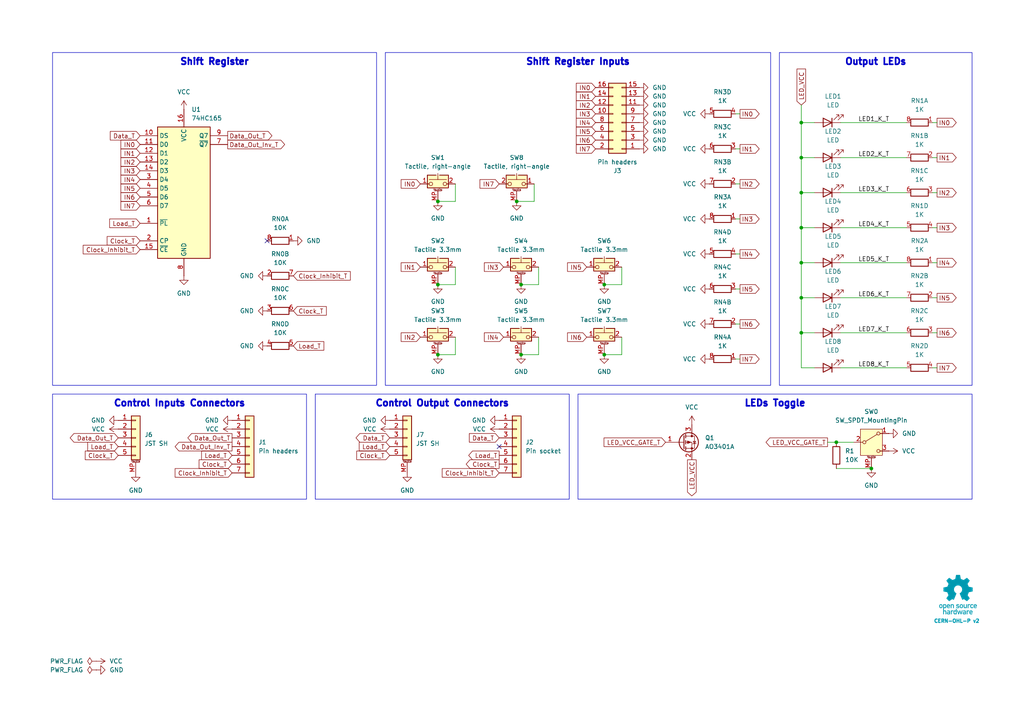
<source format=kicad_sch>
(kicad_sch (version 20231120) (generator "eeschema") (generator_version "8.0")
  (paper "A4")
  (lib_symbols
    (symbol "74xx:74HC165"
      (property "Reference" "U" (at -7.62 19.05 0))
      (property "Value" "74HC165" (at -7.62 -21.59 0))
      (symbol "74HC165_1_0"
        (pin input line (at -12.7 -10.16 0) (length 5.08) (name "~{PL}") (number "1"))
        (pin input line (at -12.7 15.24 0) (length 5.08) (name "DS") (number "10"))
        (pin input line (at -12.7 12.7 0) (length 5.08) (name "D0") (number "11"))
        (pin input line (at -12.7 10.16 0) (length 5.08) (name "D1") (number "12"))
        (pin input line (at -12.7 7.62 0) (length 5.08) (name "D2") (number "13"))
        (pin input line (at -12.7 5.08 0) (length 5.08) (name "D3") (number "14"))
        (pin input line (at -12.7 -17.78 0) (length 5.08) (name "~{CE}") (number "15"))
        (pin power_in line (at 0 22.86 270) (length 5.08) (name "VCC") (number "16"))
        (pin input line (at -12.7 -15.24 0) (length 5.08) (name "CP") (number "2"))
        (pin input line (at -12.7 2.54 0) (length 5.08) (name "D4") (number "3"))
        (pin input line (at -12.7 0 0) (length 5.08) (name "D5") (number "4"))
        (pin input line (at -12.7 -2.54 0) (length 5.08) (name "D6") (number "5"))
        (pin input line (at -12.7 -5.08 0) (length 5.08) (name "D7") (number "6"))
        (pin output line (at 12.7 12.7 180) (length 5.08) (name "~{Q7}") (number "7"))
        (pin power_in line (at 0 -25.4 90) (length 5.08) (name "GND") (number "8"))
        (pin output line (at 12.7 15.24 180) (length 5.08) (name "Q7") (number "9"))
      )
    )
    (symbol "Connector_Generic:Conn_01x07" (pin_names (offset 1.016) hide)
      (property "Reference" "J" (at 0 10.16 0))
      (property "Value" "Conn_01x07" (at 0 -10.16 0))
      (symbol "Conn_01x07_1_1"
        (pin passive line (at -5.08 7.62 0) (length 3.81) (name "Pin_1") (number "1"))
        (pin passive line (at -5.08 5.08 0) (length 3.81) (name "Pin_2") (number "2"))
        (pin passive line (at -5.08 2.54 0) (length 3.81) (name "Pin_3") (number "3"))
        (pin passive line (at -5.08 0 0) (length 3.81) (name "Pin_4") (number "4"))
        (pin passive line (at -5.08 -2.54 0) (length 3.81) (name "Pin_5") (number "5"))
        (pin passive line (at -5.08 -5.08 0) (length 3.81) (name "Pin_6") (number "6"))
        (pin passive line (at -5.08 -7.62 0) (length 3.81) (name "Pin_7") (number "7"))
      )
    )
    (symbol "Connector_Generic:Conn_02x08_Odd_Even" (pin_names (offset 1.016) hide)
      (property "Reference" "J" (at 1.27 10.16 0))
      (property "Value" "Conn_02x08_Odd_Even" (at 1.27 -12.7 0))
      (symbol "Conn_02x08_Odd_Even_1_1"
        (pin passive line (at -5.08 7.62 0) (length 3.81) (name "Pin_1") (number "1"))
        (pin passive line (at 7.62 -2.54 180) (length 3.81) (name "Pin_10") (number "10"))
        (pin passive line (at -5.08 -5.08 0) (length 3.81) (name "Pin_11") (number "11"))
        (pin passive line (at 7.62 -5.08 180) (length 3.81) (name "Pin_12") (number "12"))
        (pin passive line (at -5.08 -7.62 0) (length 3.81) (name "Pin_13") (number "13"))
        (pin passive line (at 7.62 -7.62 180) (length 3.81) (name "Pin_14") (number "14"))
        (pin passive line (at -5.08 -10.16 0) (length 3.81) (name "Pin_15") (number "15"))
        (pin passive line (at 7.62 -10.16 180) (length 3.81) (name "Pin_16") (number "16"))
        (pin passive line (at 7.62 7.62 180) (length 3.81) (name "Pin_2") (number "2"))
        (pin passive line (at -5.08 5.08 0) (length 3.81) (name "Pin_3") (number "3"))
        (pin passive line (at 7.62 5.08 180) (length 3.81) (name "Pin_4") (number "4"))
        (pin passive line (at -5.08 2.54 0) (length 3.81) (name "Pin_5") (number "5"))
        (pin passive line (at 7.62 2.54 180) (length 3.81) (name "Pin_6") (number "6"))
        (pin passive line (at -5.08 0 0) (length 3.81) (name "Pin_7") (number "7"))
        (pin passive line (at 7.62 0 180) (length 3.81) (name "Pin_8") (number "8"))
        (pin passive line (at -5.08 -2.54 0) (length 3.81) (name "Pin_9") (number "9"))
      )
    )
    (symbol "Connector_Generic_MountingPin:Conn_01x05_MountingPin" (pin_names (offset 1.016) hide)
      (property "Reference" "J" (at 0 7.62 0))
      (property "Value" "Conn_01x05_MountingPin" (at 1.27 -7.62 0))
      (symbol "Conn_01x05_MountingPin_1_1"
        (text "Mounting" (at 0 -6.731 0) (effects (font (size 0.381 0.381))))
        (pin passive line (at -5.08 5.08 0) (length 3.81) (name "Pin_1") (number "1"))
        (pin passive line (at -5.08 2.54 0) (length 3.81) (name "Pin_2") (number "2"))
        (pin passive line (at -5.08 0 0) (length 3.81) (name "Pin_3") (number "3"))
        (pin passive line (at -5.08 -2.54 0) (length 3.81) (name "Pin_4") (number "4"))
        (pin passive line (at -5.08 -5.08 0) (length 3.81) (name "Pin_5") (number "5"))
        (pin passive line (at 0 -10.16 90) (length 3.048) (name "MountPin") (number "MP"))
      )
    )
    (symbol "Device:LED" (pin_numbers hide) (pin_names (offset 1.016) hide)
      (property "Reference" "D" (at 0 2.54 0))
      (property "Value" "LED" (at 0 -2.54 0))
      (symbol "LED_1_1"
        (pin passive line (at -3.81 0 0) (length 2.54) (name "K") (number "1"))
        (pin passive line (at 3.81 0 180) (length 2.54) (name "A") (number "2"))
      )
    )
    (symbol "Device:R" (pin_numbers hide) (pin_names (offset 0))
      (property "Reference" "R" (at 2.032 0 90))
      (property "Value" "R" (at 0 0 90))
      (symbol "R_1_1"
        (pin passive line (at 0 3.81 270) (length 1.27) (name "~") (number "1"))
        (pin passive line (at 0 -3.81 90) (length 1.27) (name "~") (number "2"))
      )
    )
    (symbol "Device:R_Pack04_Split" (pin_names (offset 0) hide)
      (property "Reference" "RN" (at 2.032 0 90))
      (property "Value" "R_Pack04_Split" (at 0 0 90))
      (symbol "R_Pack04_Split_1_1"
        (pin passive line (at 0 -3.81 90) (length 1.27) (name "R1.1") (number "1"))
        (pin passive line (at 0 3.81 270) (length 1.27) (name "R1.2") (number "8"))
      )
      (symbol "R_Pack04_Split_2_1"
        (pin passive line (at 0 -3.81 90) (length 1.27) (name "R2.1") (number "2"))
        (pin passive line (at 0 3.81 270) (length 1.27) (name "R2.2") (number "7"))
      )
      (symbol "R_Pack04_Split_3_1"
        (pin passive line (at 0 -3.81 90) (length 1.27) (name "R3.1") (number "3"))
        (pin passive line (at 0 3.81 270) (length 1.27) (name "R3.2") (number "6"))
      )
      (symbol "R_Pack04_Split_4_1"
        (pin passive line (at 0 -3.81 90) (length 1.27) (name "R4.1") (number "4"))
        (pin passive line (at 0 3.81 270) (length 1.27) (name "R4.2") (number "5"))
      )
    )
    (symbol "Transistor_FET:AO3401A" (pin_names hide)
      (property "Reference" "Q" (at 5.08 1.905 0))
      (property "Value" "AO3401A" (at 5.08 0 0))
      (symbol "AO3401A_1_1"
        (pin input line (at -5.08 0 0) (length 2.54) (name "G") (number "1"))
        (pin passive line (at 2.54 -5.08 90) (length 2.54) (name "S") (number "2"))
        (pin passive line (at 2.54 5.08 270) (length 2.54) (name "D") (number "3"))
      )
    )
    (symbol "electromechanical:SK-3296S-01-L1" (pin_names (offset 0) hide)
      (property "Reference" "SW" (at 0 5.08 0))
      (property "Value" "SW_SPDT_MountingPin" (at 0 -5.08 0))
      (symbol "SK-3296S-01-L1_1_1"
        (text "Mounting" (at 0 -4.191 0) (effects (font (size 0.381 0.381))))
        (pin passive line (at 5.08 2.54 180) (length 2.54) (name "A") (number "1"))
        (pin passive line (at -5.08 0 0) (length 2.54) (name "B") (number "2"))
        (pin passive line (at 5.08 -2.54 180) (length 2.54) (name "C") (number "3"))
        (pin passive line (at 0 -7.62 90) (length 3.048) (name "MountPin") (number "MP"))
      )
    )
    (symbol "electromechanical:SW_Push_MountingPin" (pin_names (offset 1.016) hide)
      (property "Reference" "SW" (at 4.318 2.032 0))
      (property "Value" "SW_Push_MountingPin" (at 0 4.572 0))
      (symbol "SW_Push_MountingPin_0_1"
        (pin passive line (at -5.08 0 0) (length 2.54) (name "1") (number "1"))
        (pin passive line (at 5.08 0 180) (length 2.54) (name "2") (number "2"))
      )
      (symbol "SW_Push_MountingPin_1_1"
        (text "Mounting" (at 0 -1.651 0) (effects (font (size 0.381 0.381))))
        (pin passive line (at 0 -5.08 90) (length 3.048) (name "MountPin") (number "MP"))
      )
    )
    (symbol "electromechanical:TSA002A3512A02" (pin_names (offset 1.016) hide)
      (property "Reference" "SW" (at 4.318 2.032 0))
      (property "Value" "SW_Push_MountingPin" (at 0 4.572 0))
      (symbol "TSA002A3512A02_0_1"
        (pin passive line (at -5.08 0 0) (length 2.54) (name "1") (number "1"))
        (pin passive line (at 5.08 0 180) (length 2.54) (name "2") (number "2"))
      )
      (symbol "TSA002A3512A02_1_1"
        (text "Mounting" (at 0 -1.651 0) (effects (font (size 0.381 0.381))))
        (pin passive line (at 0 -5.08 90) (length 3.048) (name "MountPin") (number "MP"))
      )
    )
    (symbol "power:GND" (power) (pin_numbers hide) (pin_names (offset 0) hide)
      (property "Value" "GND" (at 0 -3.81 0))
      (symbol "GND_1_1"
        (pin power_in line (at 0 0 270) (length 0) (name "~") (number "1"))
      )
    )
    (symbol "power:PWR_FLAG" (power) (pin_numbers hide) (pin_names (offset 0) hide)
      (property "Value" "PWR_FLAG" (at 0 3.81 0))
      (symbol "PWR_FLAG_0_0"
        (pin power_out line (at 0 0 90) (length 0) (name "~") (number "1"))
      )
    )
    (symbol "power:VCC" (power) (pin_numbers hide) (pin_names (offset 0) hide)
      (property "Value" "VCC" (at 0 3.556 0))
      (symbol "VCC_1_1"
        (pin power_in line (at 0 0 90) (length 0) (name "~") (number "1"))
      )
    )
  )
  (junction (at 232.41 35.56))
  (junction (at 175.26 82.55))
  (junction (at 151.13 82.55))
  (junction (at 232.41 76.2))
  (junction (at 175.26 102.87))
  (junction (at 232.41 86.36))
  (junction (at 127 58.42))
  (junction (at 232.41 55.88))
  (junction (at 151.13 102.87))
  (junction (at 252.73 135.89))
  (junction (at 127 102.87))
  (junction (at 232.41 66.04))
  (junction (at 232.41 96.52))
  (junction (at 127 82.55))
  (junction (at 232.41 45.72))
  (junction (at 242.57 128.27))
  (junction (at 149.86 58.42))
  (no_connect (at 77.47 69.85))
  (no_connect (at 144.78 129.54))
  (wire (pts (xy 213.36 83.82) (xy 214.63 83.82)))
  (wire (pts (xy 270.51 76.2) (xy 271.78 76.2)))
  (wire (pts (xy 156.21 97.79) (xy 156.21 102.87)))
  (wire (pts (xy 232.41 66.04) (xy 236.22 66.04)))
  (wire (pts (xy 232.41 35.56) (xy 232.41 45.72)))
  (wire (pts (xy 180.34 82.55) (xy 175.26 82.55)))
  (wire (pts (xy 243.84 106.68) (xy 262.89 106.68)))
  (wire (pts (xy 213.36 53.34) (xy 214.63 53.34)))
  (wire (pts (xy 232.41 66.04) (xy 232.41 76.2)))
  (wire (pts (xy 132.08 97.79) (xy 132.08 102.87)))
  (wire (pts (xy 242.57 135.89) (xy 252.73 135.89)))
  (wire (pts (xy 213.36 73.66) (xy 214.63 73.66)))
  (wire (pts (xy 270.51 45.72) (xy 271.78 45.72)))
  (wire (pts (xy 213.36 33.02) (xy 214.63 33.02)))
  (wire (pts (xy 232.41 96.52) (xy 236.22 96.52)))
  (wire (pts (xy 132.08 58.42) (xy 127 58.42)))
  (wire (pts (xy 213.36 63.5) (xy 214.63 63.5)))
  (wire (pts (xy 270.51 96.52) (xy 271.78 96.52)))
  (wire (pts (xy 156.21 77.47) (xy 156.21 82.55)))
  (wire (pts (xy 270.51 66.04) (xy 271.78 66.04)))
  (wire (pts (xy 132.08 77.47) (xy 132.08 82.55)))
  (wire (pts (xy 270.51 55.88) (xy 271.78 55.88)))
  (wire (pts (xy 232.41 45.72) (xy 236.22 45.72)))
  (wire (pts (xy 270.51 86.36) (xy 271.78 86.36)))
  (wire (pts (xy 232.41 35.56) (xy 236.22 35.56)))
  (wire (pts (xy 240.03 128.27) (xy 242.57 128.27)))
  (wire (pts (xy 232.41 106.68) (xy 236.22 106.68)))
  (wire (pts (xy 232.41 76.2) (xy 232.41 86.36)))
  (wire (pts (xy 156.21 82.55) (xy 151.13 82.55)))
  (wire (pts (xy 180.34 102.87) (xy 175.26 102.87)))
  (wire (pts (xy 232.41 55.88) (xy 232.41 66.04)))
  (wire (pts (xy 154.94 58.42) (xy 149.86 58.42)))
  (wire (pts (xy 213.36 104.14) (xy 214.63 104.14)))
  (wire (pts (xy 242.57 128.27) (xy 247.65 128.27)))
  (wire (pts (xy 154.94 53.34) (xy 154.94 58.42)))
  (wire (pts (xy 270.51 106.68) (xy 271.78 106.68)))
  (wire (pts (xy 232.41 30.48) (xy 232.41 35.56)))
  (wire (pts (xy 213.36 93.98) (xy 214.63 93.98)))
  (wire (pts (xy 232.41 45.72) (xy 232.41 55.88)))
  (wire (pts (xy 270.51 35.56) (xy 271.78 35.56)))
  (wire (pts (xy 243.84 45.72) (xy 262.89 45.72)))
  (wire (pts (xy 232.41 96.52) (xy 232.41 106.68)))
  (wire (pts (xy 232.41 86.36) (xy 236.22 86.36)))
  (wire (pts (xy 243.84 86.36) (xy 262.89 86.36)))
  (wire (pts (xy 232.41 86.36) (xy 232.41 96.52)))
  (wire (pts (xy 232.41 55.88) (xy 236.22 55.88)))
  (wire (pts (xy 156.21 102.87) (xy 151.13 102.87)))
  (wire (pts (xy 180.34 77.47) (xy 180.34 82.55)))
  (wire (pts (xy 132.08 53.34) (xy 132.08 58.42)))
  (wire (pts (xy 132.08 102.87) (xy 127 102.87)))
  (wire (pts (xy 243.84 35.56) (xy 262.89 35.56)))
  (wire (pts (xy 132.08 82.55) (xy 127 82.55)))
  (wire (pts (xy 213.36 43.18) (xy 214.63 43.18)))
  (wire (pts (xy 180.34 97.79) (xy 180.34 102.87)))
  (wire (pts (xy 243.84 96.52) (xy 262.89 96.52)))
  (wire (pts (xy 243.84 55.88) (xy 262.89 55.88)))
  (wire (pts (xy 232.41 76.2) (xy 236.22 76.2)))
  (wire (pts (xy 243.84 76.2) (xy 262.89 76.2)))
  (wire (pts (xy 243.84 66.04) (xy 262.89 66.04)))
  (image (at 277.876 172.466) (scale 0.1691))
  (text_box "Control Inputs Connectors" (at 15.24 114.3 0) (size 73.66 30.48) (effects (font (size 1.905 1.905) (thickness 0.508) (bold yes)) (justify top)))
  (text_box "Control Output Connectors" (at 91.44 114.3 0) (size 73.66 30.48) (effects (font (size 1.905 1.905) (thickness 0.508) (bold yes)) (justify top)))
  (text_box "Output LEDs" (at 226.06 15.24 0) (size 55.88 96.52) (effects (font (size 1.905 1.905) (thickness 0.508) (bold yes)) (justify top)))
  (text_box "Shift Register" (at 15.24 15.24 0) (size 93.98 96.52) (effects (font (size 1.905 1.905) (thickness 0.508) (bold yes)) (justify top)))
  (text_box "Shift Register Inputs" (at 111.76 15.24 0) (size 111.76 96.52) (effects (font (size 1.905 1.905) (thickness 0.508) (bold yes)) (justify top)))
  (text_box "LEDs Toggle" (at 167.64 114.3 0) (size 114.3 30.48) (effects (font (size 1.905 1.905) (thickness 0.508) (bold yes)) (justify top)))
  (text "CERN-OHL-P v2" (at 277.495 180.34 0) (effects (font (size 1.016 1.016) (thickness 0.4) (bold yes))))
  (label "LED8_K_T" (at 248.92 106.68 0))
  (label "LED6_K_T" (at 248.92 86.36 0))
  (label "LED2_K_T" (at 248.92 45.72 0))
  (label "LED7_K_T" (at 248.92 96.52 0))
  (label "LED4_K_T" (at 248.92 66.04 0))
  (label "LED1_K_T" (at 248.92 35.56 0))
  (label "LED3_K_T" (at 248.92 55.88 0))
  (label "LED5_K_T" (at 248.92 76.2 0))
  (global_label "IN3" (shape output) (at 271.78 66.04 0) (property "Intersheetrefs" "${INTERSHEET_REFS}" (effects (hide yes))))
  (global_label "IN6" (shape input) (at 172.72 40.64 180) (property "Intersheetrefs" "${INTERSHEET_REFS}" (effects (hide yes))))
  (global_label "IN1" (shape output) (at 271.78 45.72 0) (property "Intersheetrefs" "${INTERSHEET_REFS}" (effects (hide yes))))
  (global_label "IN5" (shape input) (at 40.64 54.61 180) (property "Intersheetrefs" "${INTERSHEET_REFS}" (effects (hide yes))))
  (global_label "IN4" (shape input) (at 172.72 35.56 180) (property "Intersheetrefs" "${INTERSHEET_REFS}" (effects (hide yes))))
  (global_label "IN2" (shape output) (at 214.63 53.34 0) (property "Intersheetrefs" "${INTERSHEET_REFS}" (effects (hide yes))))
  (global_label "LED_VCC" (shape output) (at 200.66 133.35 270) (property "Intersheetrefs" "${INTERSHEET_REFS}" (effects (hide yes))))
  (global_label "Data_Out_Inv_T" (shape output) (at 67.31 129.54 180) (property "Intersheetrefs" "${INTERSHEET_REFS}" (effects (hide yes))))
  (global_label "IN7" (shape output) (at 214.63 104.14 0) (property "Intersheetrefs" "${INTERSHEET_REFS}" (effects (hide yes))))
  (global_label "Load_T" (shape input) (at 34.29 129.54 180) (property "Intersheetrefs" "${INTERSHEET_REFS}" (effects (hide yes))))
  (global_label "Clock_Inhibit_T" (shape input) (at 144.78 137.16 180) (property "Intersheetrefs" "${INTERSHEET_REFS}" (effects (hide yes))))
  (global_label "IN6" (shape input) (at 170.18 97.79 180) (property "Intersheetrefs" "${INTERSHEET_REFS}" (effects (hide yes))))
  (global_label "IN3" (shape input) (at 172.72 33.02 180) (property "Intersheetrefs" "${INTERSHEET_REFS}" (effects (hide yes))))
  (global_label "IN4" (shape input) (at 146.05 97.79 180) (property "Intersheetrefs" "${INTERSHEET_REFS}" (effects (hide yes))))
  (global_label "IN1" (shape input) (at 172.72 27.94 180) (property "Intersheetrefs" "${INTERSHEET_REFS}" (effects (hide yes))))
  (global_label "IN7" (shape input) (at 40.64 59.69 180) (property "Intersheetrefs" "${INTERSHEET_REFS}" (effects (hide yes))))
  (global_label "Clock_T" (shape output) (at 144.78 134.62 180) (property "Intersheetrefs" "${INTERSHEET_REFS}" (effects (hide yes))))
  (global_label "IN1" (shape input) (at 40.64 44.45 180) (property "Intersheetrefs" "${INTERSHEET_REFS}" (effects (hide yes))))
  (global_label "Data_Out_T" (shape output) (at 66.04 39.37 0) (property "Intersheetrefs" "${INTERSHEET_REFS}" (effects (hide yes))))
  (global_label "IN3" (shape input) (at 146.05 77.47 180) (property "Intersheetrefs" "${INTERSHEET_REFS}" (effects (hide yes))))
  (global_label "IN2" (shape input) (at 40.64 46.99 180) (property "Intersheetrefs" "${INTERSHEET_REFS}" (effects (hide yes))))
  (global_label "IN0" (shape input) (at 121.92 53.34 180) (property "Intersheetrefs" "${INTERSHEET_REFS}" (effects (hide yes))))
  (global_label "IN5" (shape output) (at 271.78 86.36 0) (property "Intersheetrefs" "${INTERSHEET_REFS}" (effects (hide yes))))
  (global_label "IN7" (shape output) (at 271.78 106.68 0) (property "Intersheetrefs" "${INTERSHEET_REFS}" (effects (hide yes))))
  (global_label "IN7" (shape input) (at 144.78 53.34 180) (property "Intersheetrefs" "${INTERSHEET_REFS}" (effects (hide yes))))
  (global_label "Clock_Inhibit_T" (shape input) (at 67.31 137.16 180) (property "Intersheetrefs" "${INTERSHEET_REFS}" (effects (hide yes))))
  (global_label "Data_Out_T" (shape bidirectional) (at 34.29 127 180) (property "Intersheetrefs" "${INTERSHEET_REFS}" (effects (hide yes))))
  (global_label "IN6" (shape output) (at 214.63 93.98 0) (property "Intersheetrefs" "${INTERSHEET_REFS}" (effects (hide yes))))
  (global_label "IN4" (shape output) (at 271.78 76.2 0) (property "Intersheetrefs" "${INTERSHEET_REFS}" (effects (hide yes))))
  (global_label "Clock_Inhibit_T" (shape input) (at 85.09 80.01 0) (property "Intersheetrefs" "${INTERSHEET_REFS}" (effects (hide yes))))
  (global_label "Clock_T" (shape input) (at 34.29 132.08 180) (property "Intersheetrefs" "${INTERSHEET_REFS}" (effects (hide yes))))
  (global_label "Data_T" (shape input) (at 40.64 39.37 180) (property "Intersheetrefs" "${INTERSHEET_REFS}" (effects (hide yes))))
  (global_label "IN4" (shape input) (at 40.64 52.07 180) (property "Intersheetrefs" "${INTERSHEET_REFS}" (effects (hide yes))))
  (global_label "Clock_T" (shape input) (at 40.64 69.85 180) (property "Intersheetrefs" "${INTERSHEET_REFS}" (effects (hide yes))))
  (global_label "IN6" (shape input) (at 40.64 57.15 180) (property "Intersheetrefs" "${INTERSHEET_REFS}" (effects (hide yes))))
  (global_label "IN0" (shape output) (at 271.78 35.56 0) (property "Intersheetrefs" "${INTERSHEET_REFS}" (effects (hide yes))))
  (global_label "IN0" (shape output) (at 214.63 33.02 0) (property "Intersheetrefs" "${INTERSHEET_REFS}" (effects (hide yes))))
  (global_label "IN0" (shape input) (at 40.64 41.91 180) (property "Intersheetrefs" "${INTERSHEET_REFS}" (effects (hide yes))))
  (global_label "IN7" (shape input) (at 172.72 43.18 180) (property "Intersheetrefs" "${INTERSHEET_REFS}" (effects (hide yes))))
  (global_label "IN4" (shape output) (at 214.63 73.66 0) (property "Intersheetrefs" "${INTERSHEET_REFS}" (effects (hide yes))))
  (global_label "Data_T" (shape input) (at 144.78 127 180) (property "Intersheetrefs" "${INTERSHEET_REFS}" (effects (hide yes))))
  (global_label "Clock_Inhibit_T" (shape input) (at 40.64 72.39 180) (property "Intersheetrefs" "${INTERSHEET_REFS}" (effects (hide yes))))
  (global_label "Data_Out_Inv_T" (shape output) (at 66.04 41.91 0) (property "Intersheetrefs" "${INTERSHEET_REFS}" (effects (hide yes))))
  (global_label "Load_T" (shape input) (at 113.03 129.54 180) (property "Intersheetrefs" "${INTERSHEET_REFS}" (effects (hide yes))))
  (global_label "Clock_T" (shape input) (at 113.03 132.08 180) (property "Intersheetrefs" "${INTERSHEET_REFS}" (effects (hide yes))))
  (global_label "IN1" (shape input) (at 121.92 77.47 180) (property "Intersheetrefs" "${INTERSHEET_REFS}" (effects (hide yes))))
  (global_label "IN1" (shape output) (at 214.63 43.18 0) (property "Intersheetrefs" "${INTERSHEET_REFS}" (effects (hide yes))))
  (global_label "IN3" (shape input) (at 40.64 49.53 180) (property "Intersheetrefs" "${INTERSHEET_REFS}" (effects (hide yes))))
  (global_label "IN5" (shape output) (at 214.63 83.82 0) (property "Intersheetrefs" "${INTERSHEET_REFS}" (effects (hide yes))))
  (global_label "Load_T" (shape output) (at 144.78 132.08 180) (property "Intersheetrefs" "${INTERSHEET_REFS}" (effects (hide yes))))
  (global_label "LED_VCC_GATE_T" (shape output) (at 240.03 128.27 180) (property "Intersheetrefs" "${INTERSHEET_REFS}" (effects (hide yes))))
  (global_label "IN2" (shape input) (at 172.72 30.48 180) (property "Intersheetrefs" "${INTERSHEET_REFS}" (effects (hide yes))))
  (global_label "Load_T" (shape input) (at 85.09 100.33 0) (property "Intersheetrefs" "${INTERSHEET_REFS}" (effects (hide yes))))
  (global_label "Load_T" (shape input) (at 67.31 132.08 180) (property "Intersheetrefs" "${INTERSHEET_REFS}" (effects (hide yes))))
  (global_label "Load_T" (shape input) (at 40.64 64.77 180) (property "Intersheetrefs" "${INTERSHEET_REFS}" (effects (hide yes))))
  (global_label "IN0" (shape input) (at 172.72 25.4 180) (property "Intersheetrefs" "${INTERSHEET_REFS}" (effects (hide yes))))
  (global_label "IN2" (shape input) (at 121.92 97.79 180) (property "Intersheetrefs" "${INTERSHEET_REFS}" (effects (hide yes))))
  (global_label "LED_VCC_GATE_T" (shape input) (at 193.04 128.27 180) (property "Intersheetrefs" "${INTERSHEET_REFS}" (effects (hide yes))))
  (global_label "IN5" (shape input) (at 170.18 77.47 180) (property "Intersheetrefs" "${INTERSHEET_REFS}" (effects (hide yes))))
  (global_label "IN3" (shape output) (at 214.63 63.5 0) (property "Intersheetrefs" "${INTERSHEET_REFS}" (effects (hide yes))))
  (global_label "IN6" (shape output) (at 271.78 96.52 0) (property "Intersheetrefs" "${INTERSHEET_REFS}" (effects (hide yes))))
  (global_label "Clock_T" (shape input) (at 67.31 134.62 180) (property "Intersheetrefs" "${INTERSHEET_REFS}" (effects (hide yes))))
  (global_label "LED_VCC" (shape input) (at 232.41 30.48 90) (property "Intersheetrefs" "${INTERSHEET_REFS}" (effects (hide yes))))
  (global_label "Data_T" (shape bidirectional) (at 113.03 127 180) (property "Intersheetrefs" "${INTERSHEET_REFS}" (effects (hide yes))))
  (global_label "IN2" (shape output) (at 271.78 55.88 0) (property "Intersheetrefs" "${INTERSHEET_REFS}" (effects (hide yes))))
  (global_label "IN5" (shape input) (at 172.72 38.1 180) (property "Intersheetrefs" "${INTERSHEET_REFS}" (effects (hide yes))))
  (global_label "Data_Out_T" (shape output) (at 67.31 127 180) (property "Intersheetrefs" "${INTERSHEET_REFS}" (effects (hide yes))))
  (global_label "Clock_T" (shape input) (at 85.09 90.17 0) (property "Intersheetrefs" "${INTERSHEET_REFS}" (effects (hide yes))))
  (symbol (lib_id "power:GND") (at 77.47 80.01 270) (unit 1)
    (property "Reference" "#PWR06" (effects (hide yes)))
    (property "Value" "GND" (at 73.66 80.0099 90) (effects (justify right)))
    (property "Description" "Power symbol creates a global label with name \"GND\" , ground" (effects (hide yes)))
  )
  (symbol (lib_id "power:GND") (at 77.47 90.17 270) (unit 1)
    (property "Reference" "#PWR07" (effects (hide yes)))
    (property "Value" "GND" (at 73.66 90.1699 90) (effects (justify right)))
    (property "Description" "Power symbol creates a global label with name \"GND\" , ground" (effects (hide yes)))
  )
  (symbol (lib_id "power:GND") (at 127 58.42 0) (unit 1)
    (property "Reference" "#PWR033" (effects (hide yes)))
    (property "Value" "GND" (at 127 63.3288 0))
    (property "Description" "Power symbol creates a global label with name \"GND\" , ground" (effects (hide yes)))
  )
  (symbol (lib_id "electromechanical:SW_Push_MountingPin") (at 175.26 97.79 0) (unit 1)
    (property "Reference" "SW7" (at 175.26 90.17 0))
    (property "Value" "Tactile 3.3mm" (at 175.26 92.71 0))
    (property "Footprint" "electromechanical:SW_Push_1P1T_NO_3.3x3.3mm_MP" (effects (hide yes)))
    (property "Description" "Generic push-button switch, two contact pins and mounting pin(s)" (effects (hide yes)))
  )
  (symbol (lib_id "power:GND") (at 39.37 137.16 0) (unit 1)
    (property "Reference" "#PWR045" (effects (hide yes)))
    (property "Value" "GND" (at 39.37 142.24 0))
    (property "Description" "Power symbol creates a global label with name \"GND\" , ground" (effects (hide yes)))
  )
  (symbol (lib_id "Device:LED") (at 240.03 86.36 180) (unit 1)
    (property "Reference" "LED6" (at 241.6175 78.74 0))
    (property "Value" "LED" (at 241.6175 81.28 0))
    (property "Footprint" "discrete:LED_0402_1005Metric" (effects (hide yes)))
    (property "Description" "Light emitting diode" (effects (hide yes)))
  )
  (symbol (lib_id "Transistor_FET:AO3401A") (at 198.12 128.27 0) (unit 1)
    (property "Reference" "Q1" (at 204.47 126.9999 0) (effects (justify left)))
    (property "Value" "AO3401A" (at 204.47 129.5399 0) (effects (justify left)))
    (property "Footprint" "Package_TO_SOT_SMD:SOT-23" (effects (hide yes)))
    (property "Datasheet" "http://www.aosmd.com/pdfs/datasheet/AO3401A.pdf" (effects (hide yes)))
    (property "Description" "-4.0A Id, -30V Vds, P-Channel MOSFET, SOT-23" (effects (hide yes)))
  )
  (symbol (lib_id "power:VCC") (at 34.29 124.46 90) (unit 1)
    (property "Reference" "#PWR042" (effects (hide yes)))
    (property "Value" "VCC" (at 30.48 124.4599 90) (effects (justify left)))
    (property "Description" "Power symbol creates a global label with name \"VCC\"" (effects (hide yes)))
  )
  (symbol (lib_id "power:VCC") (at 144.78 124.46 90) (unit 1)
    (property "Reference" "#PWR050" (effects (hide yes)))
    (property "Value" "VCC" (at 140.97 124.4599 90) (effects (justify left)))
    (property "Description" "Power symbol creates a global label with name \"VCC\"" (effects (hide yes)))
  )
  (symbol (lib_id "power:VCC") (at 200.66 123.19 0) (unit 1)
    (property "Reference" "#PWR01" (effects (hide yes)))
    (property "Value" "VCC" (at 200.66 118.11 0))
    (property "Description" "Power symbol creates a global label with name \"VCC\"" (effects (hide yes)))
  )
  (symbol (lib_id "Device:LED") (at 240.03 76.2 180) (unit 1)
    (property "Reference" "LED5" (at 241.6175 68.58 0))
    (property "Value" "LED" (at 241.6175 71.12 0))
    (property "Footprint" "discrete:LED_0402_1005Metric" (effects (hide yes)))
    (property "Description" "Light emitting diode" (effects (hide yes)))
  )
  (symbol (lib_id "electromechanical:SW_Push_MountingPin") (at 127 77.47 0) (unit 1)
    (property "Reference" "SW2" (at 127 69.85 0))
    (property "Value" "Tactile 3.3mm" (at 127 72.39 0))
    (property "Footprint" "electromechanical:SW_Push_1P1T_NO_3.3x3.3mm_MP" (effects (hide yes)))
    (property "Description" "Generic push-button switch, two contact pins and mounting pin(s)" (effects (hide yes)))
  )
  (symbol (lib_id "74xx:74HC165") (at 53.34 54.61 0) (unit 1)
    (property "Reference" "U1" (at 55.5341 31.75 0) (effects (justify left)))
    (property "Value" "74HC165" (at 55.5341 34.29 0) (effects (justify left)))
    (property "Footprint" "Package_SO:SO-16_3.9x9.9mm_P1.27mm" (effects (hide yes)))
    (property "Datasheet" "https://assets.nexperia.com/documents/data-sheet/74HC_HCT165.pdf" (effects (hide yes)))
    (property "Description" "Shift Register, 8-bit, Parallel Load" (effects (hide yes)))
  )
  (symbol (lib_id "Connector_Generic_MountingPin:Conn_01x05_MountingPin") (at 118.11 127 0) (unit 1)
    (property "Reference" "J7" (at 120.65 126.0855 0) (effects (justify left)))
    (property "Value" "JST SH" (at 120.65 128.6255 0) (effects (justify left)))
    (property "Footprint" "connector:JST_SH_SM05B-SRSS-TB_1x05-1MP_P1.00mm_Horizontal" (effects (hide yes)))
    (property "Description" "Generic connectable mounting pin connector, single row, 01x05, script generated (kicad-library-utils/schlib/autogen/connector/)" (effects (hide yes)))
    (property "LCSC Part" "C7433426" (effects (hide yes)))
  )
  (symbol (lib_id "power:VCC") (at 257.81 130.81 270) (unit 1)
    (property "Reference" "#PWR028" (effects (hide yes)))
    (property "Value" "VCC" (at 261.62 130.8099 90) (effects (justify left)))
    (property "Description" "Power symbol creates a global label with name \"VCC\"" (effects (hide yes)))
  )
  (symbol (lib_id "Device:R_Pack04_Split") (at 266.7 45.72 90) (unit 2)
    (property "Reference" "RN1" (at 266.7 39.37 90))
    (property "Value" "1K" (at 266.7 41.91 90))
    (property "Footprint" "discrete:R_Array_Convex_4x0402" (effects (hide yes)))
    (property "Description" "4 resistor network, parallel topology, split" (effects (hide yes)))
  )
  (symbol (lib_id "Device:R_Pack04_Split") (at 209.55 63.5 90) (unit 1)
    (property "Reference" "RN3" (at 209.55 57.15 90))
    (property "Value" "1K" (at 209.55 59.69 90))
    (property "Footprint" "discrete:R_Array_Convex_4x0402" (effects (hide yes)))
    (property "Description" "4 resistor network, parallel topology, split" (effects (hide yes)))
  )
  (symbol (lib_id "power:GND") (at 151.13 82.55 0) (unit 1)
    (property "Reference" "#PWR037" (effects (hide yes)))
    (property "Value" "GND" (at 151.13 87.4588 0))
    (property "Description" "Power symbol creates a global label with name \"GND\" , ground" (effects (hide yes)))
  )
  (symbol (lib_id "power:GND") (at 175.26 82.55 0) (unit 1)
    (property "Reference" "#PWR039" (effects (hide yes)))
    (property "Value" "GND" (at 175.26 87.4588 0))
    (property "Description" "Power symbol creates a global label with name \"GND\" , ground" (effects (hide yes)))
  )
  (symbol (lib_id "electromechanical:TSA002A3512A02") (at 127 53.34 0) (unit 1)
    (property "Reference" "SW1" (at 127 45.72 0))
    (property "Value" "Tactile, right-angle" (at 127 48.26 0))
    (property "Footprint" "electromechanical:SW_Push_1P1T-MP_NO_4.6x3mm_Horizontal" (effects (hide yes)))
    (property "Datasheet" "https://www.lcsc.com/datasheet/lcsc_datasheet_2109061830_BZCN-TSA002A3512A02_C2888932.pdf" (effects (hide yes)))
    (property "Description" "Ultraminiature Surface Mount Tactile Switch, right-angle" (effects (hide yes)))
    (property "LCSC Part" "C2888932" (effects (hide yes)))
  )
  (symbol (lib_id "power:GND") (at 185.42 38.1 90) (unit 1)
    (property "Reference" "#PWR030" (effects (hide yes)))
    (property "Value" "GND" (at 189.23 38.0999 90) (effects (justify right)))
    (property "Description" "Power symbol creates a global label with name \"GND\" , ground" (effects (hide yes)))
  )
  (symbol (lib_id "power:GND") (at 205.74 63.5 270) (unit 1)
    (property "Reference" "#PWR010" (effects (hide yes)))
    (property "Value" "VCC" (at 201.93 63.4999 90) (effects (justify right)))
    (property "Description" "Power symbol creates a global label with name \"GND\" , ground" (effects (hide yes)))
  )
  (symbol (lib_id "power:GND") (at 205.74 43.18 270) (unit 1)
    (property "Reference" "#PWR05" (effects (hide yes)))
    (property "Value" "VCC" (at 201.93 43.1799 90) (effects (justify right)))
    (property "Description" "Power symbol creates a global label with name \"GND\" , ground" (effects (hide yes)))
  )
  (symbol (lib_id "Device:R_Pack04_Split") (at 209.55 73.66 90) (unit 4)
    (property "Reference" "RN4" (at 209.55 67.31 90))
    (property "Value" "1K" (at 209.55 69.85 90))
    (property "Footprint" "discrete:R_Array_Convex_4x0402" (effects (hide yes)))
    (property "Description" "4 resistor network, parallel topology, split" (effects (hide yes)))
  )
  (symbol (lib_id "power:GND") (at 77.47 100.33 270) (unit 1)
    (property "Reference" "#PWR08" (effects (hide yes)))
    (property "Value" "GND" (at 73.66 100.3299 90) (effects (justify right)))
    (property "Description" "Power symbol creates a global label with name \"GND\" , ground" (effects (hide yes)))
  )
  (symbol (lib_id "Device:R_Pack04_Split") (at 81.28 69.85 90) (unit 1)
    (property "Reference" "RN0" (at 81.28 63.5 90))
    (property "Value" "10K" (at 81.28 66.04 90))
    (property "Footprint" "discrete:R_Array_Convex_4x0603_HandSolder" (effects (hide yes)))
    (property "Description" "4 resistor network, parallel topology, split" (effects (hide yes)))
  )
  (symbol (lib_id "power:GND") (at 67.31 121.92 270) (unit 1)
    (property "Reference" "#PWR047" (effects (hide yes)))
    (property "Value" "GND" (at 63.5 121.9199 90) (effects (justify right)))
    (property "Description" "Power symbol creates a global label with name \"GND\" , ground" (effects (hide yes)))
  )
  (symbol (lib_id "Device:LED") (at 240.03 96.52 180) (unit 1)
    (property "Reference" "LED7" (at 241.6175 88.9 0))
    (property "Value" "LED" (at 241.6175 91.44 0))
    (property "Footprint" "discrete:LED_0402_1005Metric" (effects (hide yes)))
    (property "Description" "Light emitting diode" (effects (hide yes)))
  )
  (symbol (lib_id "power:GND") (at 185.42 30.48 90) (unit 1)
    (property "Reference" "#PWR022" (effects (hide yes)))
    (property "Value" "GND" (at 189.23 30.4799 90) (effects (justify right)))
    (property "Description" "Power symbol creates a global label with name \"GND\" , ground" (effects (hide yes)))
  )
  (symbol (lib_id "Device:R_Pack04_Split") (at 209.55 104.14 90) (unit 1)
    (property "Reference" "RN4" (at 209.55 97.79 90))
    (property "Value" "1K" (at 209.55 100.33 90))
    (property "Footprint" "discrete:R_Array_Convex_4x0402" (effects (hide yes)))
    (property "Description" "4 resistor network, parallel topology, split" (effects (hide yes)))
  )
  (symbol (lib_id "power:GND") (at 127 102.87 0) (unit 1)
    (property "Reference" "#PWR035" (effects (hide yes)))
    (property "Value" "GND" (at 127 107.7788 0))
    (property "Description" "Power symbol creates a global label with name \"GND\" , ground" (effects (hide yes)))
  )
  (symbol (lib_id "power:VCC") (at 113.03 124.46 90) (unit 1)
    (property "Reference" "#PWR044" (effects (hide yes)))
    (property "Value" "VCC" (at 109.22 124.4599 90) (effects (justify left)))
    (property "Description" "Power symbol creates a global label with name \"VCC\"" (effects (hide yes)))
  )
  (symbol (lib_id "power:GND") (at 252.73 135.89 0) (unit 1)
    (property "Reference" "#PWR027" (effects (hide yes)))
    (property "Value" "GND" (at 252.73 140.7988 0))
    (property "Description" "Power symbol creates a global label with name \"GND\" , ground" (effects (hide yes)))
  )
  (symbol (lib_id "Connector_Generic_MountingPin:Conn_01x05_MountingPin") (at 39.37 127 0) (unit 1)
    (property "Reference" "J6" (at 41.91 126.0855 0) (effects (justify left)))
    (property "Value" "JST SH" (at 41.91 128.6255 0) (effects (justify left)))
    (property "Footprint" "connector:JST_SH_SM05B-SRSS-TB_1x05-1MP_P1.00mm_Horizontal" (effects (hide yes)))
    (property "Description" "Generic connectable mounting pin connector, single row, 01x05, script generated (kicad-library-utils/schlib/autogen/connector/)" (effects (hide yes)))
    (property "LCSC Part" "C7433426" (effects (hide yes)))
  )
  (symbol (lib_id "power:GND") (at 113.03 121.92 270) (unit 1)
    (property "Reference" "#PWR043" (effects (hide yes)))
    (property "Value" "GND" (at 109.22 121.9199 90) (effects (justify right)))
    (property "Description" "Power symbol creates a global label with name \"GND\" , ground" (effects (hide yes)))
  )
  (symbol (lib_id "electromechanical:SW_Push_MountingPin") (at 127 97.79 0) (unit 1)
    (property "Reference" "SW3" (at 127 90.17 0))
    (property "Value" "Tactile 3.3mm" (at 127 92.71 0))
    (property "Footprint" "electromechanical:SW_Push_1P1T_NO_3.3x3.3mm_MP" (effects (hide yes)))
    (property "Description" "Generic push-button switch, two contact pins and mounting pin(s)" (effects (hide yes)))
  )
  (symbol (lib_id "power:GND") (at 144.78 121.92 270) (unit 1)
    (property "Reference" "#PWR049" (effects (hide yes)))
    (property "Value" "GND" (at 140.97 121.9199 90) (effects (justify right)))
    (property "Description" "Power symbol creates a global label with name \"GND\" , ground" (effects (hide yes)))
  )
  (symbol (lib_id "electromechanical:SK-3296S-01-L1") (at 252.73 128.27 0) (unit 1)
    (property "Reference" "SW0" (at 252.73 119.38 0))
    (property "Value" "SW_SPDT_MountingPin" (at 252.73 121.92 0))
    (property "Footprint" "electromechanical:SW_SPDT_PCM12" (effects (hide yes)))
    (property "Datasheet" "https://www.lcsc.com/datasheet/lcsc_datasheet_2110151630_XKB-Connection-SK-3296S-01-L1_C319020.pdf" (effects (hide yes)))
    (property "Description" "Ultraminiature Surface Mount Slide Switch, right-angle, single pole double throw, with mounting pin" (effects (hide yes)))
    (property "LCSC Part" "C319020" (effects (hide yes)))
  )
  (symbol (lib_id "power:GND") (at 185.42 35.56 90) (unit 1)
    (property "Reference" "#PWR024" (effects (hide yes)))
    (property "Value" "GND" (at 189.23 35.5599 90) (effects (justify right)))
    (property "Description" "Power symbol creates a global label with name \"GND\" , ground" (effects (hide yes)))
  )
  (symbol (lib_id "power:GND") (at 27.94 194.31 90) (unit 1)
    (property "Reference" "#PWR02" (effects (hide yes)))
    (property "Value" "GND" (at 31.75 194.3099 90) (effects (justify right)))
    (property "Description" "Power symbol creates a global label with name \"GND\" , ground" (effects (hide yes)))
  )
  (symbol (lib_id "power:GND") (at 205.74 83.82 270) (unit 1)
    (property "Reference" "#PWR016" (effects (hide yes)))
    (property "Value" "VCC" (at 201.93 83.8199 90) (effects (justify right)))
    (property "Description" "Power symbol creates a global label with name \"GND\" , ground" (effects (hide yes)))
  )
  (symbol (lib_id "power:VCC") (at 67.31 124.46 90) (unit 1)
    (property "Reference" "#PWR048" (effects (hide yes)))
    (property "Value" "VCC" (at 63.5 124.4599 90) (effects (justify left)))
    (property "Description" "Power symbol creates a global label with name \"VCC\"" (effects (hide yes)))
  )
  (symbol (lib_id "power:GND") (at 185.42 33.02 90) (unit 1)
    (property "Reference" "#PWR023" (effects (hide yes)))
    (property "Value" "GND" (at 189.23 33.0199 90) (effects (justify right)))
    (property "Description" "Power symbol creates a global label with name \"GND\" , ground" (effects (hide yes)))
  )
  (symbol (lib_id "Device:R_Pack04_Split") (at 209.55 53.34 90) (unit 2)
    (property "Reference" "RN3" (at 209.55 46.99 90))
    (property "Value" "1K" (at 209.55 49.53 90))
    (property "Footprint" "discrete:R_Array_Convex_4x0402" (effects (hide yes)))
    (property "Description" "4 resistor network, parallel topology, split" (effects (hide yes)))
  )
  (symbol (lib_id "power:GND") (at 205.74 33.02 270) (unit 1)
    (property "Reference" "#PWR04" (effects (hide yes)))
    (property "Value" "VCC" (at 201.93 33.0199 90) (effects (justify right)))
    (property "Description" "Power symbol creates a global label with name \"GND\" , ground" (effects (hide yes)))
  )
  (symbol (lib_id "power:GND") (at 149.86 58.42 0) (unit 1)
    (property "Reference" "#PWR036" (effects (hide yes)))
    (property "Value" "GND" (at 149.86 63.3288 0))
    (property "Description" "Power symbol creates a global label with name \"GND\" , ground" (effects (hide yes)))
  )
  (symbol (lib_id "Device:R_Pack04_Split") (at 209.55 93.98 90) (unit 2)
    (property "Reference" "RN4" (at 209.55 87.63 90))
    (property "Value" "1K" (at 209.55 90.17 90))
    (property "Footprint" "discrete:R_Array_Convex_4x0402" (effects (hide yes)))
    (property "Description" "4 resistor network, parallel topology, split" (effects (hide yes)))
  )
  (symbol (lib_id "power:VCC") (at 27.94 191.77 270) (unit 1)
    (property "Reference" "#PWR03" (effects (hide yes)))
    (property "Value" "VCC" (at 31.75 191.7699 90) (effects (justify left)))
    (property "Description" "Power symbol creates a global label with name \"VCC\"" (effects (hide yes)))
  )
  (symbol (lib_id "Device:R") (at 242.57 132.08 0) (unit 1)
    (property "Reference" "R1" (at 245.11 130.8099 0) (effects (justify left)))
    (property "Value" "10K" (at 245.11 133.3499 0) (effects (justify left)))
    (property "Footprint" "Resistor_SMD:R_0402_1005Metric" (effects (hide yes)))
    (property "Description" "Resistor" (effects (hide yes)))
  )
  (symbol (lib_id "electromechanical:SW_Push_MountingPin") (at 151.13 77.47 0) (unit 1)
    (property "Reference" "SW4" (at 151.13 69.85 0))
    (property "Value" "Tactile 3.3mm" (at 151.13 72.39 0))
    (property "Footprint" "electromechanical:SW_Push_1P1T_NO_3.3x3.3mm_MP" (effects (hide yes)))
    (property "Description" "Generic push-button switch, two contact pins and mounting pin(s)" (effects (hide yes)))
  )
  (symbol (lib_id "Device:LED") (at 240.03 55.88 180) (unit 1)
    (property "Reference" "LED3" (at 241.6175 48.26 0))
    (property "Value" "LED" (at 241.6175 50.8 0))
    (property "Footprint" "discrete:LED_0402_1005Metric" (effects (hide yes)))
    (property "Description" "Light emitting diode" (effects (hide yes)))
  )
  (symbol (lib_id "power:VCC") (at 53.34 31.75 0) (unit 1)
    (property "Reference" "#PWR013" (effects (hide yes)))
    (property "Value" "VCC" (at 53.34 26.67 0))
    (property "Description" "Power symbol creates a global label with name \"VCC\"" (effects (hide yes)))
  )
  (symbol (lib_id "Device:LED") (at 240.03 66.04 180) (unit 1)
    (property "Reference" "LED4" (at 241.6175 58.42 0))
    (property "Value" "LED" (at 241.6175 60.96 0))
    (property "Footprint" "discrete:LED_0402_1005Metric" (effects (hide yes)))
    (property "Description" "Light emitting diode" (effects (hide yes)))
  )
  (symbol (lib_id "Connector_Generic:Conn_01x07") (at 72.39 129.54 0) (unit 1)
    (property "Reference" "J1" (at 74.93 128.2699 0) (effects (justify left)))
    (property "Value" "Pin headers" (at 74.93 130.8099 0) (effects (justify left)))
    (property "Footprint" "connector:PinHeader_1x07_P2.54mm_Horizontal" (effects (hide yes)))
    (property "Description" "Generic connector, single row, 01x07, script generated (kicad-library-utils/schlib/autogen/connector/)" (effects (hide yes)))
  )
  (symbol (lib_id "Device:R_Pack04_Split") (at 209.55 83.82 90) (unit 3)
    (property "Reference" "RN4" (at 209.55 77.47 90))
    (property "Value" "1K" (at 209.55 80.01 90))
    (property "Footprint" "discrete:R_Array_Convex_4x0402" (effects (hide yes)))
    (property "Description" "4 resistor network, parallel topology, split" (effects (hide yes)))
  )
  (symbol (lib_id "Device:R_Pack04_Split") (at 266.7 35.56 90) (unit 1)
    (property "Reference" "RN1" (at 266.7 29.21 90))
    (property "Value" "1K" (at 266.7 31.75 90))
    (property "Footprint" "discrete:R_Array_Convex_4x0402" (effects (hide yes)))
    (property "Description" "4 resistor network, parallel topology, split" (effects (hide yes)))
  )
  (symbol (lib_id "power:GND") (at 185.42 40.64 90) (unit 1)
    (property "Reference" "#PWR031" (effects (hide yes)))
    (property "Value" "GND" (at 189.23 40.6399 90) (effects (justify right)))
    (property "Description" "Power symbol creates a global label with name \"GND\" , ground" (effects (hide yes)))
  )
  (symbol (lib_id "power:GND") (at 127 82.55 0) (unit 1)
    (property "Reference" "#PWR034" (effects (hide yes)))
    (property "Value" "GND" (at 127 87.4588 0))
    (property "Description" "Power symbol creates a global label with name \"GND\" , ground" (effects (hide yes)))
  )
  (symbol (lib_id "Device:R_Pack04_Split") (at 266.7 66.04 90) (unit 4)
    (property "Reference" "RN1" (at 266.7 59.69 90))
    (property "Value" "1K" (at 266.7 62.23 90))
    (property "Footprint" "discrete:R_Array_Convex_4x0402" (effects (hide yes)))
    (property "Description" "4 resistor network, parallel topology, split" (effects (hide yes)))
  )
  (symbol (lib_id "Device:R_Pack04_Split") (at 81.28 80.01 270) (unit 2)
    (property "Reference" "RN0" (at 81.28 73.66 90))
    (property "Value" "10K" (at 81.28 76.2 90))
    (property "Footprint" "discrete:R_Array_Convex_4x0603_HandSolder" (effects (hide yes)))
    (property "Description" "4 resistor network, parallel topology, split" (effects (hide yes)))
  )
  (symbol (lib_id "power:GND") (at 205.74 53.34 270) (unit 1)
    (property "Reference" "#PWR09" (effects (hide yes)))
    (property "Value" "VCC" (at 201.93 53.3399 90) (effects (justify right)))
    (property "Description" "Power symbol creates a global label with name \"GND\" , ground" (effects (hide yes)))
  )
  (symbol (lib_id "power:GND") (at 205.74 104.14 270) (unit 1)
    (property "Reference" "#PWR018" (effects (hide yes)))
    (property "Value" "VCC" (at 201.93 104.1399 90) (effects (justify right)))
    (property "Description" "Power symbol creates a global label with name \"GND\" , ground" (effects (hide yes)))
  )
  (symbol (lib_id "power:PWR_FLAG") (at 27.94 191.77 90) (unit 1)
    (property "Reference" "#FLG03" (effects (hide yes)))
    (property "Value" "PWR_FLAG" (at 24.13 191.7699 90) (effects (justify left)))
    (property "Description" "Special symbol for telling ERC where power comes from" (effects (hide yes)))
  )
  (symbol (lib_id "Device:LED") (at 240.03 45.72 180) (unit 1)
    (property "Reference" "LED2" (at 241.6175 38.1 0))
    (property "Value" "LED" (at 241.6175 40.64 0))
    (property "Footprint" "discrete:LED_0402_1005Metric" (effects (hide yes)))
    (property "Description" "Light emitting diode" (effects (hide yes)))
  )
  (symbol (lib_id "power:GND") (at 175.26 102.87 0) (unit 1)
    (property "Reference" "#PWR040" (effects (hide yes)))
    (property "Value" "GND" (at 175.26 107.7788 0))
    (property "Description" "Power symbol creates a global label with name \"GND\" , ground" (effects (hide yes)))
  )
  (symbol (lib_id "electromechanical:SW_Push_MountingPin") (at 151.13 97.79 0) (unit 1)
    (property "Reference" "SW5" (at 151.13 90.17 0))
    (property "Value" "Tactile 3.3mm" (at 151.13 92.71 0))
    (property "Footprint" "electromechanical:SW_Push_1P1T_NO_3.3x3.3mm_MP" (effects (hide yes)))
    (property "Description" "Generic push-button switch, two contact pins and mounting pin(s)" (effects (hide yes)))
  )
  (symbol (lib_id "Device:R_Pack04_Split") (at 266.7 76.2 90) (unit 1)
    (property "Reference" "RN2" (at 266.7 69.85 90))
    (property "Value" "1K" (at 266.7 72.39 90))
    (property "Footprint" "discrete:R_Array_Convex_4x0402" (effects (hide yes)))
    (property "Description" "4 resistor network, parallel topology, split" (effects (hide yes)))
  )
  (symbol (lib_id "Device:R_Pack04_Split") (at 81.28 90.17 270) (unit 3)
    (property "Reference" "RN0" (at 81.28 83.82 90))
    (property "Value" "10K" (at 81.28 86.36 90))
    (property "Footprint" "discrete:R_Array_Convex_4x0603_HandSolder" (effects (hide yes)))
    (property "Description" "4 resistor network, parallel topology, split" (effects (hide yes)))
  )
  (symbol (lib_id "Device:LED") (at 240.03 35.56 180) (unit 1)
    (property "Reference" "LED1" (at 241.6175 27.94 0))
    (property "Value" "LED" (at 241.6175 30.48 0))
    (property "Footprint" "discrete:LED_0402_1005Metric" (effects (hide yes)))
    (property "Description" "Light emitting diode" (effects (hide yes)))
  )
  (symbol (lib_id "power:GND") (at 205.74 73.66 270) (unit 1)
    (property "Reference" "#PWR011" (effects (hide yes)))
    (property "Value" "VCC" (at 201.93 73.6599 90) (effects (justify right)))
    (property "Description" "Power symbol creates a global label with name \"GND\" , ground" (effects (hide yes)))
  )
  (symbol (lib_id "power:GND") (at 185.42 25.4 90) (unit 1)
    (property "Reference" "#PWR015" (effects (hide yes)))
    (property "Value" "GND" (at 189.23 25.3999 90) (effects (justify right)))
    (property "Description" "Power symbol creates a global label with name \"GND\" , ground" (effects (hide yes)))
  )
  (symbol (lib_id "Device:R_Pack04_Split") (at 266.7 106.68 90) (unit 4)
    (property "Reference" "RN2" (at 266.7 100.33 90))
    (property "Value" "1K" (at 266.7 102.87 90))
    (property "Footprint" "discrete:R_Array_Convex_4x0402" (effects (hide yes)))
    (property "Description" "4 resistor network, parallel topology, split" (effects (hide yes)))
  )
  (symbol (lib_id "power:GND") (at 53.34 80.01 0) (unit 1)
    (property "Reference" "#PWR014" (effects (hide yes)))
    (property "Value" "GND" (at 53.34 85.09 0))
    (property "Description" "Power symbol creates a global label with name \"GND\" , ground" (effects (hide yes)))
  )
  (symbol (lib_id "Device:R_Pack04_Split") (at 209.55 43.18 90) (unit 3)
    (property "Reference" "RN3" (at 209.55 36.83 90))
    (property "Value" "1K" (at 209.55 39.37 90))
    (property "Footprint" "discrete:R_Array_Convex_4x0402" (effects (hide yes)))
    (property "Description" "4 resistor network, parallel topology, split" (effects (hide yes)))
  )
  (symbol (lib_id "Connector_Generic:Conn_01x07") (at 149.86 129.54 0) (unit 1)
    (property "Reference" "J2" (at 152.4 128.2699 0) (effects (justify left)))
    (property "Value" "Pin socket" (at 152.4 130.8099 0) (effects (justify left)))
    (property "Footprint" "connector:PinSocket_1x07_P2.54mm_Horizontal" (effects (hide yes)))
    (property "Description" "Generic connector, single row, 01x07, script generated (kicad-library-utils/schlib/autogen/connector/)" (effects (hide yes)))
  )
  (symbol (lib_id "Device:R_Pack04_Split") (at 266.7 96.52 90) (unit 3)
    (property "Reference" "RN2" (at 266.7 90.17 90))
    (property "Value" "1K" (at 266.7 92.71 90))
    (property "Footprint" "discrete:R_Array_Convex_4x0402" (effects (hide yes)))
    (property "Description" "4 resistor network, parallel topology, split" (effects (hide yes)))
  )
  (symbol (lib_id "Device:R_Pack04_Split") (at 266.7 86.36 90) (unit 2)
    (property "Reference" "RN2" (at 266.7 80.01 90))
    (property "Value" "1K" (at 266.7 82.55 90))
    (property "Footprint" "discrete:R_Array_Convex_4x0402" (effects (hide yes)))
    (property "Description" "4 resistor network, parallel topology, split" (effects (hide yes)))
  )
  (symbol (lib_id "power:GND") (at 34.29 121.92 270) (unit 1)
    (property "Reference" "#PWR041" (effects (hide yes)))
    (property "Value" "GND" (at 30.48 121.9199 90) (effects (justify right)))
    (property "Description" "Power symbol creates a global label with name \"GND\" , ground" (effects (hide yes)))
  )
  (symbol (lib_id "power:PWR_FLAG") (at 27.94 194.31 90) (unit 1)
    (property "Reference" "#FLG02" (effects (hide yes)))
    (property "Value" "PWR_FLAG" (at 24.13 194.3099 90) (effects (justify left)))
    (property "Description" "Special symbol for telling ERC where power comes from" (effects (hide yes)))
  )
  (symbol (lib_id "power:GND") (at 151.13 102.87 0) (unit 1)
    (property "Reference" "#PWR038" (effects (hide yes)))
    (property "Value" "GND" (at 151.13 107.7788 0))
    (property "Description" "Power symbol creates a global label with name \"GND\" , ground" (effects (hide yes)))
  )
  (symbol (lib_id "power:GND") (at 85.09 69.85 90) (unit 1)
    (property "Reference" "#PWR012" (effects (hide yes)))
    (property "Value" "GND" (at 88.9 69.8499 90) (effects (justify right)))
    (property "Description" "Power symbol creates a global label with name \"GND\" , ground" (effects (hide yes)))
  )
  (symbol (lib_id "power:GND") (at 185.42 43.18 90) (unit 1)
    (property "Reference" "#PWR032" (effects (hide yes)))
    (property "Value" "GND" (at 189.23 43.1799 90) (effects (justify right)))
    (property "Description" "Power symbol creates a global label with name \"GND\" , ground" (effects (hide yes)))
  )
  (symbol (lib_id "power:GND") (at 118.11 137.16 0) (unit 1)
    (property "Reference" "#PWR046" (effects (hide yes)))
    (property "Value" "GND" (at 118.11 142.24 0))
    (property "Description" "Power symbol creates a global label with name \"GND\" , ground" (effects (hide yes)))
  )
  (symbol (lib_id "power:GND") (at 257.81 125.73 90) (unit 1)
    (property "Reference" "#PWR029" (effects (hide yes)))
    (property "Value" "GND" (at 261.62 125.7299 90) (effects (justify right)))
    (property "Description" "Power symbol creates a global label with name \"GND\" , ground" (effects (hide yes)))
  )
  (symbol (lib_id "Device:R_Pack04_Split") (at 209.55 33.02 90) (unit 4)
    (property "Reference" "RN3" (at 209.55 26.67 90))
    (property "Value" "1K" (at 209.55 29.21 90))
    (property "Footprint" "discrete:R_Array_Convex_4x0402" (effects (hide yes)))
    (property "Description" "4 resistor network, parallel topology, split" (effects (hide yes)))
  )
  (symbol (lib_id "Device:R_Pack04_Split") (at 81.28 100.33 270) (unit 4)
    (property "Reference" "RN0" (at 81.28 93.98 90))
    (property "Value" "10K" (at 81.28 96.52 90))
    (property "Footprint" "discrete:R_Array_Convex_4x0603_HandSolder" (effects (hide yes)))
    (property "Description" "4 resistor network, parallel topology, split" (effects (hide yes)))
  )
  (symbol (lib_id "Connector_Generic:Conn_02x08_Odd_Even") (at 180.34 35.56 180) (unit 1)
    (property "Reference" "J3" (at 179.07 49.53 0))
    (property "Value" "Pin headers" (at 179.07 46.99 0))
    (property "Footprint" "connector:PinHeader_2x08_P2.54mm_Vertical" (effects (hide yes)))
    (property "Description" "Generic connector, double row, 02x08, odd/even pin numbering scheme (row 1 odd numbers, row 2 even numbers), script generated (kicad-library-utils/schlib/autogen/connector/)" (effects (hide yes)))
  )
  (symbol (lib_id "power:GND") (at 185.42 27.94 90) (unit 1)
    (property "Reference" "#PWR021" (effects (hide yes)))
    (property "Value" "GND" (at 189.23 27.9399 90) (effects (justify right)))
    (property "Description" "Power symbol creates a global label with name \"GND\" , ground" (effects (hide yes)))
  )
  (symbol (lib_id "Device:R_Pack04_Split") (at 266.7 55.88 90) (unit 3)
    (property "Reference" "RN1" (at 266.7 49.53 90))
    (property "Value" "1K" (at 266.7 52.07 90))
    (property "Footprint" "discrete:R_Array_Convex_4x0402" (effects (hide yes)))
    (property "Description" "4 resistor network, parallel topology, split" (effects (hide yes)))
  )
  (symbol (lib_id "power:GND") (at 205.74 93.98 270) (unit 1)
    (property "Reference" "#PWR017" (effects (hide yes)))
    (property "Value" "VCC" (at 201.93 93.9799 90) (effects (justify right)))
    (property "Description" "Power symbol creates a global label with name \"GND\" , ground" (effects (hide yes)))
  )
  (symbol (lib_id "electromechanical:TSA002A3512A02") (at 149.86 53.34 0) (mirror y) (unit 1)
    (property "Reference" "SW8" (at 149.86 45.72 0))
    (property "Value" "Tactile, right-angle" (at 149.86 48.26 0))
    (property "Footprint" "electromechanical:SW_Push_1P1T-MP_NO_4.6x3mm_Horizontal" (effects (hide yes)))
    (property "Datasheet" "https://www.lcsc.com/datasheet/lcsc_datasheet_2109061830_BZCN-TSA002A3512A02_C2888932.pdf" (effects (hide yes)))
    (property "Description" "Ultraminiature Surface Mount Tactile Switch, right-angle" (effects (hide yes)))
    (property "LCSC Part" "C2888932" (effects (hide yes)))
  )
  (symbol (lib_id "electromechanical:SW_Push_MountingPin") (at 175.26 77.47 0) (unit 1)
    (property "Reference" "SW6" (at 175.26 69.85 0))
    (property "Value" "Tactile 3.3mm" (at 175.26 72.39 0))
    (property "Footprint" "electromechanical:SW_Push_1P1T_NO_3.3x3.3mm_MP" (effects (hide yes)))
    (property "Description" "Generic push-button switch, two contact pins and mounting pin(s)" (effects (hide yes)))
  )
  (symbol (lib_id "Device:LED") (at 240.03 106.68 180) (unit 1)
    (property "Reference" "LED8" (at 241.6175 99.06 0))
    (property "Value" "LED" (at 241.6175 101.6 0))
    (property "Footprint" "discrete:LED_0402_1005Metric" (effects (hide yes)))
    (property "Description" "Light emitting diode" (effects (hide yes)))
  )
)
</source>
